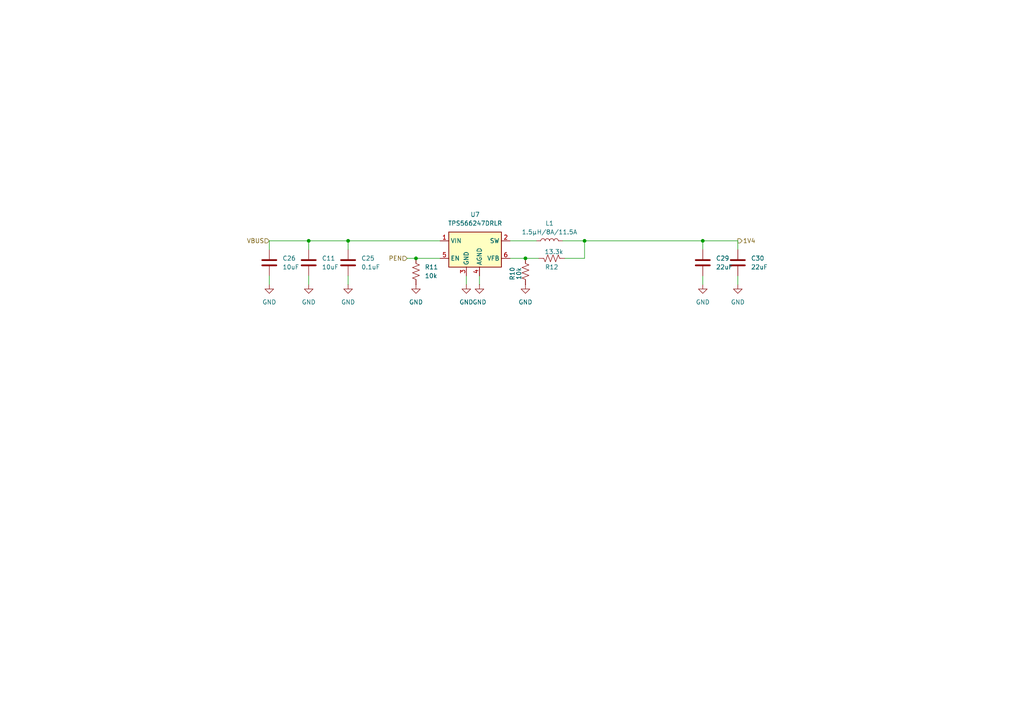
<source format=kicad_sch>
(kicad_sch (version 20231120) (generator "eeschema") (generator_version "8.0")
  (paper "A4")
  (title_block (title "NerdNOS") (date "2024-04-05") (rev "1"))
  (lib_symbols
    (symbol "Device:C" (pin_numbers hide) (pin_names (offset 0.254))
      (property "Reference" "C" (at 0.635 2.54 0))
      (property "Value" "C" (at 0.635 -2.54 0))
      (symbol "C_0_1"
        (polyline (pts (xy -2.032 -0.762) (xy 2.032 -0.762)) (stroke (width 0.508)))
        (polyline (pts (xy -2.032 0.762) (xy 2.032 0.762)) (stroke (width 0.508)))
      )
      (symbol "C_1_1"
        (pin passive line (at 0 3.81 270) (length 2.794) (name "~") (number "1"))
        (pin passive line (at 0 -3.81 90) (length 2.794) (name "~") (number "2"))
      )
    )
    (symbol "Device:L" (pin_numbers hide) (pin_names (offset 1.016) hide)
      (property "Reference" "L" (at -1.27 0 90))
      (property "Value" "L" (at 1.905 0 90))
      (symbol "L_0_1"
        (arc (start 0 -2.54) (mid 0.6323 -1.905) (end 0 -1.27))
        (arc (start 0 -1.27) (mid 0.6323 -0.635) (end 0 0))
        (arc (start 0 0) (mid 0.6323 0.635) (end 0 1.27))
        (arc (start 0 1.27) (mid 0.6323 1.905) (end 0 2.54))
      )
      (symbol "L_1_1"
        (pin passive line (at 0 3.81 270) (length 1.27) (name "1") (number "1"))
        (pin passive line (at 0 -3.81 90) (length 1.27) (name "2") (number "2"))
      )
    )
    (symbol "Device:R_US" (pin_numbers hide) (pin_names (offset 0))
      (property "Reference" "R" (at 2.54 0 90))
      (property "Value" "R_US" (at -2.54 0 90))
      (symbol "R_US_0_1"
        (polyline (pts (xy 0 -2.286) (xy 0 -2.54)))
        (polyline (pts (xy 0 2.286) (xy 0 2.54)))
        (polyline (pts (xy 0 -0.762) (xy 1.016 -1.143) (xy 0 -1.524) (xy -1.016 -1.905) (xy 0 -2.286)))
        (polyline (pts (xy 0 0.762) (xy 1.016 0.381) (xy 0 0) (xy -1.016 -0.381) (xy 0 -0.762)))
        (polyline (pts (xy 0 2.286) (xy 1.016 1.905) (xy 0 1.524) (xy -1.016 1.143) (xy 0 0.762)))
      )
      (symbol "R_US_1_1"
        (pin passive line (at 0 3.81 270) (length 1.27) (name "~") (number "1"))
        (pin passive line (at 0 -3.81 90) (length 1.27) (name "~") (number "2"))
      )
    )
    (symbol "mylib7:TPS56624x"
      (property "Reference" "U7" (at 0 10.16 0))
      (property "Value" "TPS566247DRLR" (at 0 7.62 0))
      (symbol "TPS56624x_0_1"
        (rectangle (start -7.62 5.08) (end 7.62 -5.08) (stroke (width 0.254)) (fill (type background)))
      )
      (symbol "TPS56624x_1_1"
        (pin power_in line (at -10.16 2.54 0) (length 2.54) (name "VIN") (number "1"))
        (pin output line (at 10.16 2.54 180) (length 2.54) (name "SW") (number "2"))
        (pin power_in line (at -2.54 -7.62 90) (length 2.54) (name "GND") (number "3"))
        (pin passive line (at 1.27 -7.62 90) (length 2.54) (name "AGND") (number "4"))
        (pin input line (at -10.16 -2.54 0) (length 2.54) (name "EN") (number "5"))
        (pin input line (at 10.16 -2.54 180) (length 2.54) (name "VFB") (number "6"))
      )
    )
    (symbol "power:GND" (power) (pin_numbers hide) (pin_names (offset 0) hide)
      (property "Value" "GND" (at 0 -3.81 0))
      (symbol "GND_0_1"
        (polyline (pts (xy 0 0) (xy 0 -1.27) (xy 1.27 -1.27) (xy 0 -2.54) (xy -1.27 -1.27) (xy 0 -1.27)))
      )
      (symbol "GND_1_1"
        (pin power_in line (at 0 0 270) (length 0) (name "~") (number "1"))
      )
    )
  )
  (junction (at 89.535 69.85))
  (junction (at 152.4 74.93))
  (junction (at 203.835 69.85))
  (junction (at 100.965 69.85))
  (junction (at 169.545 69.85))
  (junction (at 120.65 74.93))
  (wire (pts (xy 100.965 69.85) (xy 89.535 69.85)))
  (wire (pts (xy 147.955 74.93) (xy 152.4 74.93)))
  (wire (pts (xy 203.835 80.01) (xy 203.835 82.55)))
  (wire (pts (xy 135.255 80.01) (xy 135.255 82.55)))
  (wire (pts (xy 203.835 69.85) (xy 213.995 69.85)))
  (wire (pts (xy 100.965 69.85) (xy 100.965 72.39)))
  (wire (pts (xy 78.105 69.85) (xy 78.105 72.39)))
  (wire (pts (xy 78.105 80.01) (xy 78.105 82.55)))
  (wire (pts (xy 169.545 69.85) (xy 203.835 69.85)))
  (wire (pts (xy 163.83 74.93) (xy 169.545 74.93)))
  (wire (pts (xy 213.995 80.01) (xy 213.995 82.55)))
  (wire (pts (xy 203.835 72.39) (xy 203.835 69.85)))
  (wire (pts (xy 163.195 69.85) (xy 169.545 69.85)))
  (wire (pts (xy 127.635 69.85) (xy 100.965 69.85)))
  (wire (pts (xy 89.535 80.01) (xy 89.535 82.55)))
  (wire (pts (xy 147.955 69.85) (xy 155.575 69.85)))
  (wire (pts (xy 213.995 69.85) (xy 213.995 72.39)))
  (wire (pts (xy 169.545 74.93) (xy 169.545 69.85)))
  (wire (pts (xy 118.11 74.93) (xy 120.65 74.93)))
  (wire (pts (xy 152.4 74.93) (xy 156.21 74.93)))
  (wire (pts (xy 139.065 80.01) (xy 139.065 82.55)))
  (wire (pts (xy 89.535 69.85) (xy 89.535 72.39)))
  (wire (pts (xy 100.965 80.01) (xy 100.965 82.55)))
  (wire (pts (xy 89.535 69.85) (xy 78.105 69.85)))
  (wire (pts (xy 120.65 74.93) (xy 127.635 74.93)))
  (hierarchical_label "1V4" (shape output) (at 213.995 69.85 0))
  (hierarchical_label "PEN" (shape input) (at 118.11 74.93 180))
  (hierarchical_label "VBUS" (shape input) (at 78.105 69.85 180))
  (symbol (lib_id "mylib7:TPS56624x") (at 137.795 72.39 0) (unit 1)
    (property "Reference" "U7" (at 137.795 62.23 0))
    (property "Value" "TPS566247DRLR" (at 137.795 64.77 0))
    (property "Footprint" "myfootprints:SOT-563" (effects (hide yes)))
    (property "DK" "296-TPS566247DRLRCT-ND" (effects (hide yes)))
  )
  (symbol (lib_id "power:GND") (at 213.995 82.55 0) (unit 1)
    (property "Reference" "#PWR017" (effects (hide yes)))
    (property "Value" "GND" (at 213.995 87.63 0))
    (property "Description" "Power symbol creates a global label with name \"GND\" , ground" (effects (hide yes)))
  )
  (symbol (lib_id "power:GND") (at 203.835 82.55 0) (unit 1)
    (property "Reference" "#PWR011" (effects (hide yes)))
    (property "Value" "GND" (at 203.835 87.63 0))
    (property "Description" "Power symbol creates a global label with name \"GND\" , ground" (effects (hide yes)))
  )
  (symbol (lib_id "power:GND") (at 135.255 82.55 0) (unit 1)
    (property "Reference" "#PWR018" (effects (hide yes)))
    (property "Value" "GND" (at 135.255 87.63 0))
    (property "Description" "Power symbol creates a global label with name \"GND\" , ground" (effects (hide yes)))
  )
  (symbol (lib_id "Device:C") (at 213.995 76.2 0) (unit 1)
    (property "Reference" "C30" (at 217.805 74.9299 0) (effects (justify left)))
    (property "Value" "22uF" (at 217.805 77.4699 0) (effects (justify left)))
    (property "Footprint" "Capacitor_SMD:C_0805_2012Metric" (effects (hide yes)))
    (property "Description" "Unpolarized capacitor" (effects (hide yes)))
    (property "PARTNO" "GRM21BR60J226ME39L" (effects (hide yes)))
    (property "DK" "1276-6687-1-ND" (effects (hide yes)))
  )
  (symbol (lib_id "Device:C") (at 203.835 76.2 0) (unit 1)
    (property "Reference" "C29" (at 207.645 74.9299 0) (effects (justify left)))
    (property "Value" "22uF" (at 207.645 77.4699 0) (effects (justify left)))
    (property "Footprint" "Capacitor_SMD:C_0805_2012Metric" (effects (hide yes)))
    (property "Description" "Unpolarized capacitor" (effects (hide yes)))
    (property "PARTNO" "GRM21BR60J226ME39L" (effects (hide yes)))
    (property "DK" "1276-6687-1-ND" (effects (hide yes)))
  )
  (symbol (lib_id "Device:C") (at 100.965 76.2 0) (unit 1)
    (property "Reference" "C25" (at 104.775 74.9299 0) (effects (justify left)))
    (property "Value" "0.1uF" (at 104.775 77.4699 0) (effects (justify left)))
    (property "Footprint" "Capacitor_SMD:C_0402_1005Metric" (effects (hide yes)))
    (property "Description" "Unpolarized capacitor" (effects (hide yes)))
    (property "PARTNO" "KGM05AR71C104KH" (effects (hide yes)))
    (property "DK" "478-KGM05AR71C104KHCT-ND" (effects (hide yes)))
  )
  (symbol (lib_id "power:GND") (at 100.965 82.55 0) (unit 1)
    (property "Reference" "#PWR024" (effects (hide yes)))
    (property "Value" "GND" (at 100.965 87.63 0))
    (property "Description" "Power symbol creates a global label with name \"GND\" , ground" (effects (hide yes)))
  )
  (symbol (lib_id "Device:C") (at 78.105 76.2 0) (unit 1)
    (property "Reference" "C26" (at 81.915 74.9299 0) (effects (justify left)))
    (property "Value" "10uF" (at 81.915 77.4699 0) (effects (justify left)))
    (property "Footprint" "Capacitor_SMD:C_0805_2012Metric" (effects (hide yes)))
    (property "Description" "Unpolarized capacitor" (effects (hide yes)))
    (property "PARTNO" "C0805C106K8PACTU" (effects (hide yes)))
    (property "DK" "399-C0805C106K8PAC7800CT-ND" (effects (hide yes)))
  )
  (symbol (lib_id "power:GND") (at 120.65 82.55 0) (unit 1)
    (property "Reference" "#PWR021" (effects (hide yes)))
    (property "Value" "GND" (at 120.65 87.63 0))
    (property "Description" "Power symbol creates a global label with name \"GND\" , ground" (effects (hide yes)))
  )
  (symbol (lib_id "power:GND") (at 89.535 82.55 0) (unit 1)
    (property "Reference" "#PWR023" (effects (hide yes)))
    (property "Value" "GND" (at 89.535 87.63 0))
    (property "Description" "Power symbol creates a global label with name \"GND\" , ground" (effects (hide yes)))
  )
  (symbol (lib_id "power:GND") (at 152.4 82.55 0) (unit 1)
    (property "Reference" "#PWR025" (effects (hide yes)))
    (property "Value" "GND" (at 152.4 87.63 0))
    (property "Description" "Power symbol creates a global label with name \"GND\" , ground" (effects (hide yes)))
  )
  (symbol (lib_id "power:GND") (at 139.065 82.55 0) (unit 1)
    (property "Reference" "#PWR03" (effects (hide yes)))
    (property "Value" "GND" (at 139.065 87.63 0))
    (property "Description" "Power symbol creates a global label with name \"GND\" , ground" (effects (hide yes)))
  )
  (symbol (lib_id "Device:C") (at 89.535 76.2 0) (unit 1)
    (property "Reference" "C11" (at 93.345 74.9299 0) (effects (justify left)))
    (property "Value" "10uF" (at 93.345 77.4699 0) (effects (justify left)))
    (property "Footprint" "Capacitor_SMD:C_0805_2012Metric" (effects (hide yes)))
    (property "Description" "Unpolarized capacitor" (effects (hide yes)))
    (property "PARTNO" "C0805C106K8PACTU" (effects (hide yes)))
    (property "DK" "399-C0805C106K8PAC7800CT-ND" (effects (hide yes)))
  )
  (symbol (lib_id "power:GND") (at 78.105 82.55 0) (unit 1)
    (property "Reference" "#PWR022" (effects (hide yes)))
    (property "Value" "GND" (at 78.105 87.63 0))
    (property "Description" "Power symbol creates a global label with name \"GND\" , ground" (effects (hide yes)))
  )
  (symbol (lib_id "Device:R_US") (at 160.02 74.93 90) (mirror x) (unit 1)
    (property "Reference" "R12" (at 160.02 77.47 90))
    (property "Value" "13.3k" (at 160.655 73.025 90))
    (property "Footprint" "Resistor_SMD:R_0402_1005Metric" (effects (hide yes)))
    (property "Description" "Resistor, US symbol" (effects (hide yes)))
    (property "PARTNO" "RC0603FR-0740K2L " (effects (hide yes)))
    (property "DK" "P13.3KLCT-ND" (effects (hide yes)))
  )
  (symbol (lib_id "Device:R_US") (at 152.4 78.74 180) (unit 1)
    (property "Reference" "R10" (at 148.59 79.375 90))
    (property "Value" "10k" (at 150.495 79.375 90))
    (property "Footprint" "Resistor_SMD:R_0402_1005Metric" (effects (hide yes)))
    (property "Description" "Resistor, US symbol" (effects (hide yes)))
    (property "PARTNO" "RC0603FR-0740K2L " (effects (hide yes)))
    (property "DK" "311-10KJRCT-ND" (effects (hide yes)))
  )
  (symbol (lib_id "Device:L") (at 159.385 69.85 90) (unit 1)
    (property "Reference" "L1" (at 159.385 64.77 90))
    (property "Value" "1.5µH/8A/11.5A" (at 159.385 67.31 90))
    (property "Footprint" "Inductor_SMD:L_Cenker_CKCS8040" (effects (hide yes)))
    (property "Description" "Inductor" (effects (hide yes)))
    (property "DK" "283-SDCHA1V8040-1R5-RCT-ND" (effects (hide yes)))
  )
  (symbol (lib_id "Device:R_US") (at 120.65 78.74 0) (unit 1)
    (property "Reference" "R11" (at 123.19 77.4699 0) (effects (justify left)))
    (property "Value" "10k" (at 123.19 80.0099 0) (effects (justify left)))
    (property "Footprint" "Resistor_SMD:R_0402_1005Metric" (effects (hide yes)))
    (property "Description" "Resistor, US symbol" (effects (hide yes)))
    (property "PARTNO" "RC0402JR-0710KL" (effects (hide yes)))
    (property "DK" "311-10KJRCT-ND" (effects (hide yes)))
  )
)
</source>
